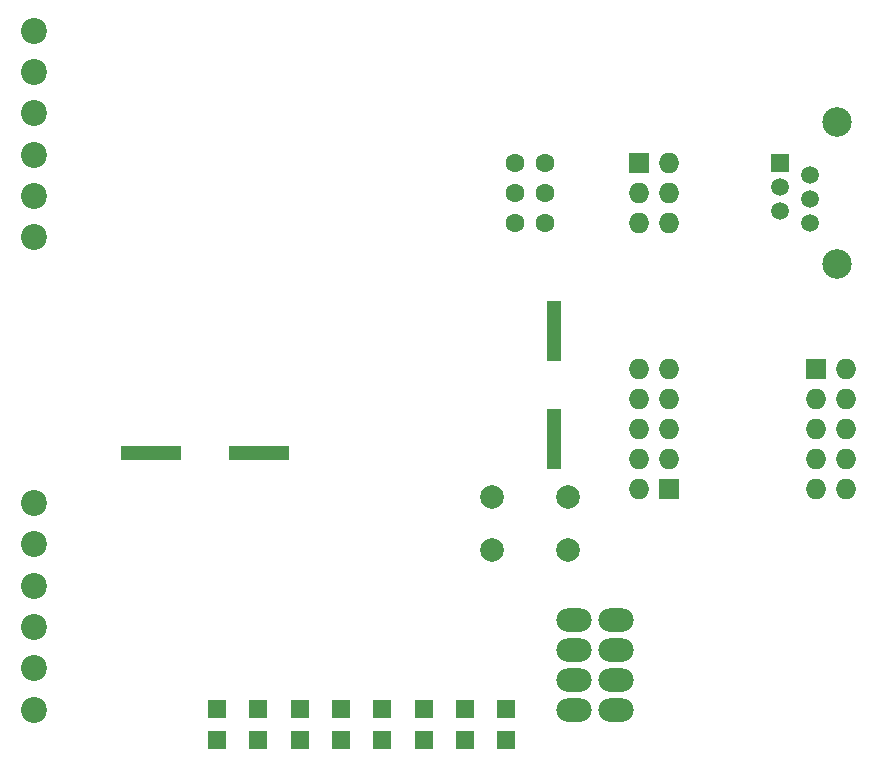
<source format=gbr>
%TF.GenerationSoftware,KiCad,Pcbnew,5.1.8-4.fc33*%
%TF.CreationDate,2020-12-20T17:27:52+03:00*%
%TF.ProjectId,2232,32323332-2e6b-4696-9361-645f70636258,rev?*%
%TF.SameCoordinates,Original*%
%TF.FileFunction,Soldermask,Top*%
%TF.FilePolarity,Negative*%
%FSLAX46Y46*%
G04 Gerber Fmt 4.6, Leading zero omitted, Abs format (unit mm)*
G04 Created by KiCad (PCBNEW 5.1.8-4.fc33) date 2020-12-20 17:27:52*
%MOMM*%
%LPD*%
G01*
G04 APERTURE LIST*
%ADD10C,2.000000*%
%ADD11R,1.727200X1.727200*%
%ADD12O,1.727200X1.727200*%
%ADD13C,1.600000*%
%ADD14R,1.300000X5.100000*%
%ADD15R,5.100000X1.300000*%
%ADD16C,2.200000*%
%ADD17C,2.500000*%
%ADD18C,1.500000*%
%ADD19R,1.500000X1.500000*%
%ADD20O,3.000000X2.000000*%
G04 APERTURE END LIST*
D10*
%TO.C,SW1*%
X110250000Y-110750000D03*
X110250000Y-115250000D03*
X103750000Y-110750000D03*
X103750000Y-115250000D03*
%TD*%
D11*
%TO.C,J5*%
X131230000Y-99920000D03*
D12*
X133770000Y-99920000D03*
X131230000Y-102460000D03*
X133770000Y-102460000D03*
X131230000Y-105000000D03*
X133770000Y-105000000D03*
X131230000Y-107540000D03*
X133770000Y-107540000D03*
X131230000Y-110080000D03*
X133770000Y-110080000D03*
%TD*%
D13*
%TO.C,J2*%
X108270000Y-87540000D03*
X105730000Y-87540000D03*
X108270000Y-85000000D03*
X105730000Y-85000000D03*
X108270000Y-82460000D03*
X105730000Y-82460000D03*
%TD*%
D14*
%TO.C,Y2*%
X109000000Y-96650000D03*
X109000000Y-105850000D03*
%TD*%
D15*
%TO.C,Y1*%
X74900000Y-107000000D03*
X84100000Y-107000000D03*
%TD*%
D16*
%TO.C,J8*%
X65000000Y-74750000D03*
X65000000Y-71250000D03*
X65000000Y-81750000D03*
X65000000Y-78250000D03*
X65000000Y-85250000D03*
X65000000Y-88750000D03*
%TD*%
%TO.C,J7*%
X65000000Y-114750000D03*
X65000000Y-111250000D03*
X65000000Y-121750000D03*
X65000000Y-118250000D03*
X65000000Y-125250000D03*
X65000000Y-128750000D03*
%TD*%
D17*
%TO.C,J6*%
X133000000Y-79000000D03*
D18*
X130700000Y-83470000D03*
D19*
X128160000Y-82450000D03*
D18*
X130700000Y-85510000D03*
X128160000Y-84490000D03*
X130700000Y-87550000D03*
D17*
X133000000Y-91000000D03*
D18*
X128160000Y-86530000D03*
%TD*%
D11*
%TO.C,J4*%
X118770000Y-110080000D03*
D12*
X116230000Y-110080000D03*
X118770000Y-107540000D03*
X116230000Y-107540000D03*
X118770000Y-105000000D03*
X116230000Y-105000000D03*
X118770000Y-102460000D03*
X116230000Y-102460000D03*
X118770000Y-99920000D03*
X116230000Y-99920000D03*
%TD*%
D11*
%TO.C,J3*%
X116230000Y-82460000D03*
D12*
X118770000Y-82460000D03*
X116230000Y-85000000D03*
X118770000Y-85000000D03*
X116230000Y-87540000D03*
X118770000Y-87540000D03*
%TD*%
D20*
%TO.C,E1*%
X114270000Y-121190000D03*
X114270000Y-126270000D03*
X114270000Y-128810000D03*
X114270000Y-123730000D03*
X110730000Y-121190000D03*
X110730000Y-123730000D03*
X110730000Y-128810000D03*
X110730000Y-126270000D03*
%TD*%
D19*
%TO.C,D8*%
X105000000Y-128700000D03*
X105000000Y-131300000D03*
%TD*%
%TO.C,D7*%
X101500000Y-128700000D03*
X101500000Y-131300000D03*
%TD*%
%TO.C,D6*%
X98000000Y-128700000D03*
X98000000Y-131300000D03*
%TD*%
%TO.C,D5*%
X94500000Y-128700000D03*
X94500000Y-131300000D03*
%TD*%
%TO.C,D4*%
X91000000Y-128700000D03*
X91000000Y-131300000D03*
%TD*%
%TO.C,D3*%
X87500000Y-128700000D03*
X87500000Y-131300000D03*
%TD*%
%TO.C,D2*%
X84000000Y-128700000D03*
X84000000Y-131300000D03*
%TD*%
%TO.C,D1*%
X80500000Y-128700000D03*
X80500000Y-131300000D03*
%TD*%
M02*

</source>
